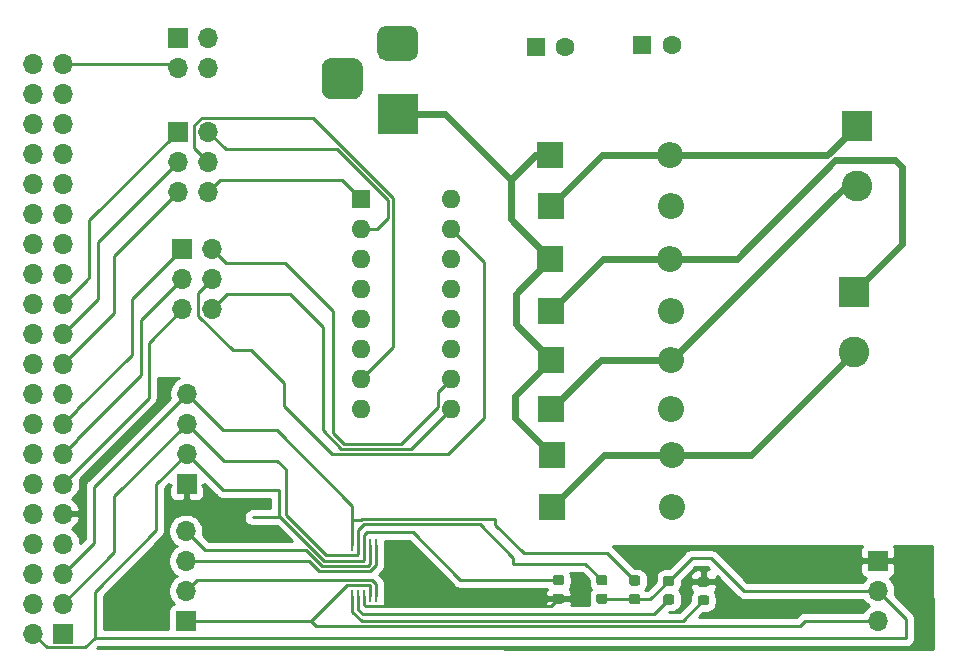
<source format=gbr>
%TF.GenerationSoftware,KiCad,Pcbnew,(5.1.6)-1*%
%TF.CreationDate,2021-05-08T17:05:46+02:00*%
%TF.ProjectId,nano1,6e616e6f-312e-46b6-9963-61645f706362,rev?*%
%TF.SameCoordinates,Original*%
%TF.FileFunction,Copper,L1,Top*%
%TF.FilePolarity,Positive*%
%FSLAX46Y46*%
G04 Gerber Fmt 4.6, Leading zero omitted, Abs format (unit mm)*
G04 Created by KiCad (PCBNEW (5.1.6)-1) date 2021-05-08 17:05:46*
%MOMM*%
%LPD*%
G01*
G04 APERTURE LIST*
%TA.AperFunction,ComponentPad*%
%ADD10O,1.700000X1.700000*%
%TD*%
%TA.AperFunction,ComponentPad*%
%ADD11R,1.700000X1.700000*%
%TD*%
%TA.AperFunction,SMDPad,CuDef*%
%ADD12R,0.250000X1.100000*%
%TD*%
%TA.AperFunction,ComponentPad*%
%ADD13C,2.600000*%
%TD*%
%TA.AperFunction,ComponentPad*%
%ADD14R,2.600000X2.600000*%
%TD*%
%TA.AperFunction,ComponentPad*%
%ADD15R,3.500000X3.500000*%
%TD*%
%TA.AperFunction,ComponentPad*%
%ADD16R,1.600000X1.600000*%
%TD*%
%TA.AperFunction,ComponentPad*%
%ADD17C,1.600000*%
%TD*%
%TA.AperFunction,ComponentPad*%
%ADD18R,2.200000X2.200000*%
%TD*%
%TA.AperFunction,ComponentPad*%
%ADD19O,2.200000X2.200000*%
%TD*%
%TA.AperFunction,ComponentPad*%
%ADD20O,1.600000X1.600000*%
%TD*%
%TA.AperFunction,ViaPad*%
%ADD21C,0.800000*%
%TD*%
%TA.AperFunction,Conductor*%
%ADD22C,0.250000*%
%TD*%
%TA.AperFunction,Conductor*%
%ADD23C,0.600000*%
%TD*%
%TA.AperFunction,Conductor*%
%ADD24C,0.254000*%
%TD*%
G04 APERTURE END LIST*
D10*
%TO.P,J10,4*%
%TO.N,/AIN3*%
X112100360Y-86476840D03*
%TO.P,J10,3*%
%TO.N,/AIN2*%
X112100360Y-89016840D03*
%TO.P,J10,2*%
%TO.N,/AIN1*%
X112100360Y-91556840D03*
D11*
%TO.P,J10,1*%
%TO.N,/AIN0*%
X112100360Y-94096840D03*
%TD*%
D10*
%TO.P,J9,3*%
%TO.N,/AIN0*%
X170703240Y-94066360D03*
%TO.P,J9,2*%
%TO.N,VCC*%
X170703240Y-91526360D03*
D11*
%TO.P,J9,1*%
%TO.N,GND*%
X170703240Y-88986360D03*
%TD*%
D12*
%TO.P,U2,10*%
%TO.N,/SCL*%
X126213360Y-87633920D03*
%TO.P,U2,9*%
%TO.N,/SDA*%
X126713360Y-87633920D03*
%TO.P,U2,8*%
%TO.N,VCC*%
X127213360Y-87633920D03*
%TO.P,U2,7*%
%TO.N,/AIN3*%
X127713360Y-87633920D03*
%TO.P,U2,6*%
%TO.N,/AIN2*%
X128213360Y-87633920D03*
%TO.P,U2,5*%
%TO.N,/AIN1*%
X128213360Y-91933920D03*
%TO.P,U2,4*%
%TO.N,/AIN0*%
X127713360Y-91933920D03*
%TO.P,U2,3*%
%TO.N,GND*%
X127213360Y-91933920D03*
%TO.P,U2,2*%
%TO.N,/ALERT*%
X126713360Y-91933920D03*
%TO.P,U2,1*%
%TO.N,/ADDR*%
X126213360Y-91933920D03*
%TD*%
%TO.P,C3,2*%
%TO.N,GND*%
%TA.AperFunction,SMDPad,CuDef*%
G36*
G01*
X143406150Y-91764600D02*
X143918650Y-91764600D01*
G75*
G02*
X144137400Y-91983350I0J-218750D01*
G01*
X144137400Y-92420850D01*
G75*
G02*
X143918650Y-92639600I-218750J0D01*
G01*
X143406150Y-92639600D01*
G75*
G02*
X143187400Y-92420850I0J218750D01*
G01*
X143187400Y-91983350D01*
G75*
G02*
X143406150Y-91764600I218750J0D01*
G01*
G37*
%TD.AperFunction*%
%TO.P,C3,1*%
%TO.N,VCC*%
%TA.AperFunction,SMDPad,CuDef*%
G36*
G01*
X143406150Y-90189600D02*
X143918650Y-90189600D01*
G75*
G02*
X144137400Y-90408350I0J-218750D01*
G01*
X144137400Y-90845850D01*
G75*
G02*
X143918650Y-91064600I-218750J0D01*
G01*
X143406150Y-91064600D01*
G75*
G02*
X143187400Y-90845850I0J218750D01*
G01*
X143187400Y-90408350D01*
G75*
G02*
X143406150Y-90189600I218750J0D01*
G01*
G37*
%TD.AperFunction*%
%TD*%
%TO.P,R3,2*%
%TO.N,/ADDR*%
%TA.AperFunction,SMDPad,CuDef*%
G36*
G01*
X155684510Y-91901760D02*
X156197010Y-91901760D01*
G75*
G02*
X156415760Y-92120510I0J-218750D01*
G01*
X156415760Y-92558010D01*
G75*
G02*
X156197010Y-92776760I-218750J0D01*
G01*
X155684510Y-92776760D01*
G75*
G02*
X155465760Y-92558010I0J218750D01*
G01*
X155465760Y-92120510D01*
G75*
G02*
X155684510Y-91901760I218750J0D01*
G01*
G37*
%TD.AperFunction*%
%TO.P,R3,1*%
%TO.N,GND*%
%TA.AperFunction,SMDPad,CuDef*%
G36*
G01*
X155684510Y-90326760D02*
X156197010Y-90326760D01*
G75*
G02*
X156415760Y-90545510I0J-218750D01*
G01*
X156415760Y-90983010D01*
G75*
G02*
X156197010Y-91201760I-218750J0D01*
G01*
X155684510Y-91201760D01*
G75*
G02*
X155465760Y-90983010I0J218750D01*
G01*
X155465760Y-90545510D01*
G75*
G02*
X155684510Y-90326760I218750J0D01*
G01*
G37*
%TD.AperFunction*%
%TD*%
%TO.P,R2,2*%
%TO.N,/SDA*%
%TA.AperFunction,SMDPad,CuDef*%
G36*
G01*
X147591490Y-91064600D02*
X147078990Y-91064600D01*
G75*
G02*
X146860240Y-90845850I0J218750D01*
G01*
X146860240Y-90408350D01*
G75*
G02*
X147078990Y-90189600I218750J0D01*
G01*
X147591490Y-90189600D01*
G75*
G02*
X147810240Y-90408350I0J-218750D01*
G01*
X147810240Y-90845850D01*
G75*
G02*
X147591490Y-91064600I-218750J0D01*
G01*
G37*
%TD.AperFunction*%
%TO.P,R2,1*%
%TO.N,VCC*%
%TA.AperFunction,SMDPad,CuDef*%
G36*
G01*
X147591490Y-92639600D02*
X147078990Y-92639600D01*
G75*
G02*
X146860240Y-92420850I0J218750D01*
G01*
X146860240Y-91983350D01*
G75*
G02*
X147078990Y-91764600I218750J0D01*
G01*
X147591490Y-91764600D01*
G75*
G02*
X147810240Y-91983350I0J-218750D01*
G01*
X147810240Y-92420850D01*
G75*
G02*
X147591490Y-92639600I-218750J0D01*
G01*
G37*
%TD.AperFunction*%
%TD*%
%TO.P,R1,2*%
%TO.N,/SCL*%
%TA.AperFunction,SMDPad,CuDef*%
G36*
G01*
X150370250Y-91105240D02*
X149857750Y-91105240D01*
G75*
G02*
X149639000Y-90886490I0J218750D01*
G01*
X149639000Y-90448990D01*
G75*
G02*
X149857750Y-90230240I218750J0D01*
G01*
X150370250Y-90230240D01*
G75*
G02*
X150589000Y-90448990I0J-218750D01*
G01*
X150589000Y-90886490D01*
G75*
G02*
X150370250Y-91105240I-218750J0D01*
G01*
G37*
%TD.AperFunction*%
%TO.P,R1,1*%
%TO.N,VCC*%
%TA.AperFunction,SMDPad,CuDef*%
G36*
G01*
X150370250Y-92680240D02*
X149857750Y-92680240D01*
G75*
G02*
X149639000Y-92461490I0J218750D01*
G01*
X149639000Y-92023990D01*
G75*
G02*
X149857750Y-91805240I218750J0D01*
G01*
X150370250Y-91805240D01*
G75*
G02*
X150589000Y-92023990I0J-218750D01*
G01*
X150589000Y-92461490D01*
G75*
G02*
X150370250Y-92680240I-218750J0D01*
G01*
G37*
%TD.AperFunction*%
%TD*%
%TO.P,R4,2*%
%TO.N,/ALERT*%
%TA.AperFunction,SMDPad,CuDef*%
G36*
G01*
X152738110Y-91825560D02*
X153250610Y-91825560D01*
G75*
G02*
X153469360Y-92044310I0J-218750D01*
G01*
X153469360Y-92481810D01*
G75*
G02*
X153250610Y-92700560I-218750J0D01*
G01*
X152738110Y-92700560D01*
G75*
G02*
X152519360Y-92481810I0J218750D01*
G01*
X152519360Y-92044310D01*
G75*
G02*
X152738110Y-91825560I218750J0D01*
G01*
G37*
%TD.AperFunction*%
%TO.P,R4,1*%
%TO.N,VCC*%
%TA.AperFunction,SMDPad,CuDef*%
G36*
G01*
X152738110Y-90250560D02*
X153250610Y-90250560D01*
G75*
G02*
X153469360Y-90469310I0J-218750D01*
G01*
X153469360Y-90906810D01*
G75*
G02*
X153250610Y-91125560I-218750J0D01*
G01*
X152738110Y-91125560D01*
G75*
G02*
X152519360Y-90906810I0J218750D01*
G01*
X152519360Y-90469310D01*
G75*
G02*
X152738110Y-90250560I218750J0D01*
G01*
G37*
%TD.AperFunction*%
%TD*%
D10*
%TO.P,J3,6*%
%TO.N,Net-(J3-Pad6)*%
X114345720Y-67670680D03*
%TO.P,J3,5*%
%TO.N,Net-(J1-Pad11)*%
X111805720Y-67670680D03*
%TO.P,J3,4*%
%TO.N,Net-(J3-Pad4)*%
X114345720Y-65130680D03*
%TO.P,J3,3*%
%TO.N,Net-(J1-Pad13)*%
X111805720Y-65130680D03*
%TO.P,J3,2*%
%TO.N,Net-(J3-Pad2)*%
X114345720Y-62590680D03*
D11*
%TO.P,J3,1*%
%TO.N,Net-(J1-Pad15)*%
X111805720Y-62590680D03*
%TD*%
D10*
%TO.P,J1,40*%
%TO.N,Net-(J1-Pad40)*%
X99161600Y-46893480D03*
%TO.P,J1,39*%
%TO.N,Net-(J1-Pad39)*%
X101701600Y-46893480D03*
%TO.P,J1,38*%
%TO.N,Net-(J1-Pad38)*%
X99161600Y-49433480D03*
%TO.P,J1,37*%
%TO.N,Net-(J1-Pad37)*%
X101701600Y-49433480D03*
%TO.P,J1,36*%
%TO.N,Net-(J1-Pad36)*%
X99161600Y-51973480D03*
%TO.P,J1,35*%
%TO.N,Net-(J1-Pad35)*%
X101701600Y-51973480D03*
%TO.P,J1,34*%
%TO.N,Net-(J1-Pad34)*%
X99161600Y-54513480D03*
%TO.P,J1,33*%
%TO.N,Net-(J1-Pad33)*%
X101701600Y-54513480D03*
%TO.P,J1,32*%
%TO.N,Net-(J1-Pad32)*%
X99161600Y-57053480D03*
%TO.P,J1,31*%
%TO.N,Net-(J1-Pad31)*%
X101701600Y-57053480D03*
%TO.P,J1,30*%
%TO.N,Net-(J1-Pad30)*%
X99161600Y-59593480D03*
%TO.P,J1,29*%
%TO.N,Net-(J1-Pad29)*%
X101701600Y-59593480D03*
%TO.P,J1,28*%
%TO.N,Net-(J1-Pad28)*%
X99161600Y-62133480D03*
%TO.P,J1,27*%
%TO.N,Net-(J1-Pad27)*%
X101701600Y-62133480D03*
%TO.P,J1,26*%
%TO.N,Net-(J1-Pad26)*%
X99161600Y-64673480D03*
%TO.P,J1,25*%
%TO.N,Net-(J1-Pad25)*%
X101701600Y-64673480D03*
%TO.P,J1,24*%
%TO.N,Net-(J1-Pad24)*%
X99161600Y-67213480D03*
%TO.P,J1,23*%
%TO.N,Net-(J1-Pad23)*%
X101701600Y-67213480D03*
%TO.P,J1,22*%
%TO.N,Net-(J1-Pad22)*%
X99161600Y-69753480D03*
%TO.P,J1,21*%
%TO.N,Net-(J1-Pad21)*%
X101701600Y-69753480D03*
%TO.P,J1,20*%
%TO.N,Net-(J1-Pad20)*%
X99161600Y-72293480D03*
%TO.P,J1,19*%
%TO.N,Net-(J1-Pad19)*%
X101701600Y-72293480D03*
%TO.P,J1,18*%
%TO.N,Net-(J1-Pad18)*%
X99161600Y-74833480D03*
%TO.P,J1,17*%
%TO.N,Net-(J1-Pad17)*%
X101701600Y-74833480D03*
%TO.P,J1,16*%
%TO.N,Net-(J1-Pad16)*%
X99161600Y-77373480D03*
%TO.P,J1,15*%
%TO.N,Net-(J1-Pad15)*%
X101701600Y-77373480D03*
%TO.P,J1,14*%
%TO.N,Net-(J1-Pad14)*%
X99161600Y-79913480D03*
%TO.P,J1,13*%
%TO.N,Net-(J1-Pad13)*%
X101701600Y-79913480D03*
%TO.P,J1,12*%
%TO.N,Net-(J1-Pad12)*%
X99161600Y-82453480D03*
%TO.P,J1,11*%
%TO.N,Net-(J1-Pad11)*%
X101701600Y-82453480D03*
%TO.P,J1,10*%
%TO.N,Net-(J1-Pad10)*%
X99161600Y-84993480D03*
%TO.P,J1,9*%
%TO.N,GND*%
X101701600Y-84993480D03*
%TO.P,J1,8*%
%TO.N,Net-(J1-Pad8)*%
X99161600Y-87533480D03*
%TO.P,J1,7*%
%TO.N,Net-(J1-Pad7)*%
X101701600Y-87533480D03*
%TO.P,J1,6*%
%TO.N,Net-(J1-Pad6)*%
X99161600Y-90073480D03*
%TO.P,J1,5*%
%TO.N,/SCL*%
X101701600Y-90073480D03*
%TO.P,J1,4*%
%TO.N,Net-(J1-Pad4)*%
X99161600Y-92613480D03*
%TO.P,J1,3*%
%TO.N,/SDA*%
X101701600Y-92613480D03*
%TO.P,J1,2*%
%TO.N,VCC*%
X99161600Y-95153480D03*
D11*
%TO.P,J1,1*%
%TO.N,Net-(J1-Pad1)*%
X101701600Y-95153480D03*
%TD*%
D13*
%TO.P,J7,2*%
%TO.N,Net-(D7-Pad2)*%
X168711880Y-71292720D03*
D14*
%TO.P,J7,1*%
%TO.N,Net-(D3-Pad2)*%
X168711880Y-66212720D03*
%TD*%
D13*
%TO.P,J6,2*%
%TO.N,Net-(D5-Pad2)*%
X168935400Y-57221120D03*
D14*
%TO.P,J6,1*%
%TO.N,Net-(D1-Pad2)*%
X168935400Y-52141120D03*
%TD*%
D10*
%TO.P,J8,4*%
%TO.N,/SCL*%
X112181640Y-74843640D03*
%TO.P,J8,3*%
%TO.N,/SDA*%
X112181640Y-77383640D03*
%TO.P,J8,2*%
%TO.N,VCC*%
X112181640Y-79923640D03*
D11*
%TO.P,J8,1*%
%TO.N,GND*%
X112181640Y-82463640D03*
%TD*%
%TO.P,J5,3*%
%TO.N,N/C*%
%TA.AperFunction,ComponentPad*%
G36*
G01*
X124488240Y-46420840D02*
X126238240Y-46420840D01*
G75*
G02*
X127113240Y-47295840I0J-875000D01*
G01*
X127113240Y-49045840D01*
G75*
G02*
X126238240Y-49920840I-875000J0D01*
G01*
X124488240Y-49920840D01*
G75*
G02*
X123613240Y-49045840I0J875000D01*
G01*
X123613240Y-47295840D01*
G75*
G02*
X124488240Y-46420840I875000J0D01*
G01*
G37*
%TD.AperFunction*%
%TO.P,J5,2*%
%TO.N,GND*%
%TA.AperFunction,ComponentPad*%
G36*
G01*
X129063240Y-43670840D02*
X131063240Y-43670840D01*
G75*
G02*
X131813240Y-44420840I0J-750000D01*
G01*
X131813240Y-45920840D01*
G75*
G02*
X131063240Y-46670840I-750000J0D01*
G01*
X129063240Y-46670840D01*
G75*
G02*
X128313240Y-45920840I0J750000D01*
G01*
X128313240Y-44420840D01*
G75*
G02*
X129063240Y-43670840I750000J0D01*
G01*
G37*
%TD.AperFunction*%
D15*
%TO.P,J5,1*%
%TO.N,Net-(C1-Pad1)*%
X130063240Y-51170840D03*
%TD*%
D16*
%TO.P,C2,1*%
%TO.N,Net-(C2-Pad1)*%
X150779480Y-45354240D03*
D17*
%TO.P,C2,2*%
%TO.N,GND*%
X153279480Y-45354240D03*
%TD*%
D18*
%TO.P,D8,1*%
%TO.N,Net-(D7-Pad2)*%
X143154400Y-84419440D03*
D19*
%TO.P,D8,2*%
%TO.N,GND*%
X153314400Y-84419440D03*
%TD*%
D18*
%TO.P,D7,1*%
%TO.N,Net-(C1-Pad1)*%
X143154400Y-80070960D03*
D19*
%TO.P,D7,2*%
%TO.N,Net-(D7-Pad2)*%
X153314400Y-80070960D03*
%TD*%
D18*
%TO.P,D6,1*%
%TO.N,Net-(D5-Pad2)*%
X143068040Y-76154280D03*
D19*
%TO.P,D6,2*%
%TO.N,GND*%
X153228040Y-76154280D03*
%TD*%
D18*
%TO.P,D5,1*%
%TO.N,Net-(C1-Pad1)*%
X143068040Y-71978520D03*
D19*
%TO.P,D5,2*%
%TO.N,Net-(D5-Pad2)*%
X153228040Y-71978520D03*
%TD*%
D18*
%TO.P,D4,1*%
%TO.N,Net-(D3-Pad2)*%
X143068040Y-67802760D03*
D19*
%TO.P,D4,2*%
%TO.N,GND*%
X153228040Y-67802760D03*
%TD*%
D18*
%TO.P,D3,1*%
%TO.N,Net-(C1-Pad1)*%
X142981680Y-63454280D03*
D19*
%TO.P,D3,2*%
%TO.N,Net-(D3-Pad2)*%
X153141680Y-63454280D03*
%TD*%
D18*
%TO.P,D2,1*%
%TO.N,Net-(D1-Pad2)*%
X143012160Y-58978800D03*
D19*
%TO.P,D2,2*%
%TO.N,GND*%
X153172160Y-58978800D03*
%TD*%
D18*
%TO.P,D1,1*%
%TO.N,Net-(C1-Pad1)*%
X142956280Y-54665880D03*
D19*
%TO.P,D1,2*%
%TO.N,Net-(D1-Pad2)*%
X153116280Y-54665880D03*
%TD*%
D16*
%TO.P,C1,1*%
%TO.N,Net-(C1-Pad1)*%
X141721840Y-45501560D03*
D17*
%TO.P,C1,2*%
%TO.N,GND*%
X144221840Y-45501560D03*
%TD*%
D20*
%TO.P,U1,16*%
%TO.N,Net-(C2-Pad1)*%
X134574280Y-58364120D03*
%TO.P,U1,8*%
%TO.N,Net-(C1-Pad1)*%
X126954280Y-76144120D03*
%TO.P,U1,15*%
%TO.N,Net-(J3-Pad4)*%
X134574280Y-60904120D03*
%TO.P,U1,7*%
%TO.N,Net-(J2-Pad4)*%
X126954280Y-73604120D03*
%TO.P,U1,14*%
%TO.N,Net-(D7-Pad2)*%
X134574280Y-63444120D03*
%TO.P,U1,6*%
%TO.N,Net-(D5-Pad2)*%
X126954280Y-71064120D03*
%TO.P,U1,13*%
%TO.N,GND*%
X134574280Y-65984120D03*
%TO.P,U1,5*%
X126954280Y-68524120D03*
%TO.P,U1,12*%
X134574280Y-68524120D03*
%TO.P,U1,4*%
X126954280Y-65984120D03*
%TO.P,U1,11*%
%TO.N,Net-(D3-Pad2)*%
X134574280Y-71064120D03*
%TO.P,U1,3*%
%TO.N,Net-(D1-Pad2)*%
X126954280Y-63444120D03*
%TO.P,U1,10*%
%TO.N,Net-(J3-Pad2)*%
X134574280Y-73604120D03*
%TO.P,U1,2*%
%TO.N,Net-(J2-Pad2)*%
X126954280Y-60904120D03*
%TO.P,U1,9*%
%TO.N,Net-(J3-Pad6)*%
X134574280Y-76144120D03*
D16*
%TO.P,U1,1*%
%TO.N,Net-(J2-Pad6)*%
X126954280Y-58364120D03*
%TD*%
D10*
%TO.P,J4,4*%
%TO.N,GND*%
X114020600Y-47259240D03*
%TO.P,J4,3*%
%TO.N,Net-(J1-Pad39)*%
X111480600Y-47259240D03*
%TO.P,J4,2*%
%TO.N,Net-(C2-Pad1)*%
X114020600Y-44719240D03*
D11*
%TO.P,J4,1*%
%TO.N,Net-(J1-Pad4)*%
X111480600Y-44719240D03*
%TD*%
D10*
%TO.P,J2,6*%
%TO.N,Net-(J2-Pad6)*%
X114020600Y-57734200D03*
%TO.P,J2,5*%
%TO.N,Net-(J1-Pad19)*%
X111480600Y-57734200D03*
%TO.P,J2,4*%
%TO.N,Net-(J2-Pad4)*%
X114020600Y-55194200D03*
%TO.P,J2,3*%
%TO.N,Net-(J1-Pad21)*%
X111480600Y-55194200D03*
%TO.P,J2,2*%
%TO.N,Net-(J2-Pad2)*%
X114020600Y-52654200D03*
D11*
%TO.P,J2,1*%
%TO.N,Net-(J1-Pad23)*%
X111480600Y-52654200D03*
%TD*%
D21*
%TO.N,GND*%
X116626640Y-86669880D03*
X131582160Y-90678000D03*
X163748720Y-88463120D03*
X157911800Y-92547440D03*
%TD*%
D22*
%TO.N,Net-(J1-Pad39)*%
X111114840Y-46893480D02*
X111480600Y-47259240D01*
X101701600Y-46893480D02*
X111114840Y-46893480D01*
%TO.N,Net-(J1-Pad23)*%
X101701600Y-67213480D02*
X103626920Y-65288160D01*
X103626920Y-65288160D02*
X103637080Y-65288160D01*
X103637080Y-65288160D02*
X103957120Y-64968120D01*
X103957120Y-60177680D02*
X111480600Y-52654200D01*
X103957120Y-64968120D02*
X103957120Y-60177680D01*
%TO.N,Net-(J1-Pad21)*%
X101701600Y-69753480D02*
X104637840Y-66817240D01*
X104637840Y-62036960D02*
X111480600Y-55194200D01*
X104637840Y-66817240D02*
X104637840Y-62036960D01*
%TO.N,Net-(J1-Pad19)*%
X101701600Y-72293480D02*
X106019600Y-67975480D01*
X106019600Y-63195200D02*
X111480600Y-57734200D01*
X106019600Y-67975480D02*
X106019600Y-63195200D01*
%TO.N,Net-(J1-Pad15)*%
X102876601Y-76198479D02*
X102876601Y-76178159D01*
X101701600Y-77373480D02*
X102876601Y-76198479D01*
X102876601Y-76178159D02*
X107528360Y-71526400D01*
X107528360Y-66868040D02*
X111805720Y-62590680D01*
X107528360Y-71526400D02*
X107528360Y-66868040D01*
%TO.N,Net-(J1-Pad13)*%
X102876601Y-78738479D02*
X102876601Y-78707999D01*
X101701600Y-79913480D02*
X102876601Y-78738479D01*
X102876601Y-78707999D02*
X108290360Y-73294240D01*
X108290360Y-68646040D02*
X111805720Y-65130680D01*
X108290360Y-73294240D02*
X108290360Y-68646040D01*
%TO.N,Net-(J1-Pad11)*%
X101701600Y-82453480D02*
X108966000Y-75189080D01*
X108966000Y-70510400D02*
X111805720Y-67670680D01*
X108966000Y-75189080D02*
X108966000Y-70510400D01*
%TO.N,Net-(J2-Pad6)*%
X125352881Y-56762721D02*
X126954280Y-58364120D01*
X114992079Y-56762721D02*
X125352881Y-56762721D01*
X114020600Y-57734200D02*
X114992079Y-56762721D01*
%TO.N,Net-(J2-Pad4)*%
X129675050Y-70883350D02*
X126954280Y-73604120D01*
X122890771Y-51479199D02*
X129675050Y-58263478D01*
X113456599Y-51479199D02*
X122890771Y-51479199D01*
X112845599Y-52090199D02*
X113456599Y-51479199D01*
X129675050Y-58263478D02*
X129675050Y-70883350D01*
X112845599Y-54019199D02*
X112845599Y-52090199D01*
X114020600Y-55194200D02*
X112845599Y-54019199D01*
%TO.N,Net-(J2-Pad2)*%
X124887903Y-54112741D02*
X129225040Y-58449878D01*
X114020600Y-52654200D02*
X115479141Y-54112741D01*
X115479141Y-54112741D02*
X124887903Y-54112741D01*
X129225040Y-58449878D02*
X129225040Y-59994800D01*
X128315720Y-60904120D02*
X126954280Y-60904120D01*
X129225040Y-59994800D02*
X128315720Y-60904120D01*
%TO.N,Net-(J3-Pad6)*%
X120938004Y-66424881D02*
X123687840Y-69174717D01*
X114345720Y-67670680D02*
X115591519Y-66424881D01*
X115591519Y-66424881D02*
X120938004Y-66424881D01*
X131193110Y-79525290D02*
X134574280Y-76144120D01*
X125279440Y-79525290D02*
X131193110Y-79525290D01*
X123687840Y-77933690D02*
X125279440Y-79525290D01*
X123687840Y-69174717D02*
X123687840Y-77933690D01*
%TO.N,Net-(J3-Pad4)*%
X113170719Y-68234681D02*
X116086518Y-71150480D01*
X114345720Y-65130680D02*
X113170719Y-66305681D01*
X113170719Y-66305681D02*
X113170719Y-68234681D01*
X116086518Y-71150480D02*
X117652399Y-71150480D01*
X120417061Y-73915142D02*
X120417061Y-75926421D01*
X117652399Y-71150480D02*
X120417061Y-73915142D01*
X124465940Y-79975300D02*
X134273700Y-79975300D01*
X120417061Y-75926421D02*
X124465940Y-79975300D01*
X134273700Y-79975300D02*
X137383520Y-76865480D01*
X137383520Y-63713360D02*
X134574280Y-60904120D01*
X137383520Y-76865480D02*
X137383520Y-63713360D01*
%TO.N,Net-(J3-Pad2)*%
X120516596Y-63774901D02*
X124546360Y-67804665D01*
X114345720Y-62590680D02*
X115529941Y-63774901D01*
X115529941Y-63774901D02*
X120516596Y-63774901D01*
X124546360Y-67804665D02*
X124546360Y-77231240D01*
X124584241Y-77269121D02*
X124584241Y-78193681D01*
X124546360Y-77231240D02*
X124584241Y-77269121D01*
X124584241Y-78193681D02*
X125465840Y-79075280D01*
X133449279Y-74729121D02*
X134574280Y-73604120D01*
X133449279Y-75943241D02*
X133449279Y-74729121D01*
X130317240Y-79075280D02*
X133449279Y-75943241D01*
X125465840Y-79075280D02*
X130317240Y-79075280D01*
%TO.N,GND*%
X114424679Y-47663319D02*
X114020600Y-47259240D01*
X127213360Y-92693922D02*
X127328359Y-92808921D01*
X143055579Y-92808921D02*
X143662400Y-92202100D01*
X127328359Y-92808921D02*
X143055579Y-92808921D01*
X127213360Y-91933920D02*
X127213360Y-92693922D01*
%TO.N,Net-(C1-Pad1)*%
X141391120Y-45170840D02*
X141721840Y-45501560D01*
D23*
X142956280Y-54665880D02*
X141691360Y-54665880D01*
X141691360Y-54665880D02*
X139618720Y-56738520D01*
X139618720Y-60091320D02*
X142981680Y-63454280D01*
X139618720Y-56738520D02*
X139618720Y-60091320D01*
X142981680Y-63454280D02*
X140035280Y-66400680D01*
X140035280Y-68945760D02*
X143068040Y-71978520D01*
X140035280Y-66400680D02*
X140035280Y-68945760D01*
X143068040Y-71978520D02*
X139999720Y-75046840D01*
X139999720Y-76916280D02*
X143154400Y-80070960D01*
X139999720Y-75046840D02*
X139999720Y-76916280D01*
X134051040Y-51170840D02*
X139618720Y-56738520D01*
X130063240Y-51170840D02*
X134051040Y-51170840D01*
%TO.N,Net-(D1-Pad2)*%
X147325080Y-54665880D02*
X143012160Y-58978800D01*
X153116280Y-54665880D02*
X147325080Y-54665880D01*
X166410640Y-54665880D02*
X168935400Y-52141120D01*
X153116280Y-54665880D02*
X166410640Y-54665880D01*
%TO.N,Net-(D3-Pad2)*%
X147416520Y-63454280D02*
X143068040Y-67802760D01*
X153141680Y-63454280D02*
X147416520Y-63454280D01*
X172725080Y-62199520D02*
X168711880Y-66212720D01*
X158753624Y-63454280D02*
X167120384Y-55087520D01*
X172725080Y-55661560D02*
X172725080Y-62199520D01*
X153141680Y-63454280D02*
X158753624Y-63454280D01*
X167120384Y-55087520D02*
X172151040Y-55087520D01*
X172151040Y-55087520D02*
X172725080Y-55661560D01*
D22*
%TO.N,Net-(D5-Pad2)*%
X168065440Y-57141120D02*
X168935400Y-57141120D01*
D23*
X147243800Y-71978520D02*
X143068040Y-76154280D01*
X153228040Y-71978520D02*
X147243800Y-71978520D01*
X167985440Y-57221120D02*
X168935400Y-57221120D01*
X153228040Y-71978520D02*
X167985440Y-57221120D01*
%TO.N,Net-(D7-Pad2)*%
X147502880Y-80070960D02*
X143154400Y-84419440D01*
X153314400Y-80070960D02*
X147502880Y-80070960D01*
X159933640Y-80070960D02*
X168711880Y-71292720D01*
X153314400Y-80070960D02*
X159933640Y-80070960D01*
D22*
%TO.N,VCC*%
X99161600Y-95153480D02*
X99700080Y-95691960D01*
X150073360Y-92202100D02*
X150114000Y-92242740D01*
X147335240Y-92202100D02*
X150073360Y-92202100D01*
X151439680Y-92242740D02*
X152994360Y-90688060D01*
X150114000Y-92242740D02*
X151439680Y-92242740D01*
X170703240Y-91526360D02*
X159349440Y-91526360D01*
X159349440Y-91526360D02*
X156575760Y-88752680D01*
X154929740Y-88752680D02*
X152994360Y-90688060D01*
X156575760Y-88752680D02*
X154929740Y-88752680D01*
X119996271Y-83022621D02*
X115280621Y-83022621D01*
X127213360Y-87633920D02*
X127213360Y-88905080D01*
X127213360Y-88905080D02*
X127129968Y-88988472D01*
X127129968Y-88988472D02*
X123804532Y-88988472D01*
X115280621Y-83022621D02*
X112181640Y-79923640D01*
X123804532Y-88988472D02*
X119996271Y-85180211D01*
X119996271Y-85180211D02*
X119996271Y-83022621D01*
X100336601Y-96328481D02*
X99161600Y-95153480D01*
X103614241Y-96328481D02*
X100336601Y-96328481D01*
X170703240Y-91526360D02*
X173085760Y-93908880D01*
X173085760Y-93908880D02*
X173085760Y-95554800D01*
X104387922Y-95554800D02*
X103614241Y-96328481D01*
X173085760Y-95554800D02*
X104387922Y-95554800D01*
X119878302Y-85298180D02*
X119996271Y-85180211D01*
X117779800Y-85298180D02*
X119878302Y-85298180D01*
X104387922Y-95554800D02*
X104387922Y-91628958D01*
X104387922Y-91628958D02*
X109595920Y-86420960D01*
X109595920Y-82509360D02*
X112181640Y-79923640D01*
X109595920Y-86420960D02*
X109595920Y-82509360D01*
X127213360Y-86833920D02*
X127213360Y-87633920D01*
X127453600Y-86593680D02*
X127213360Y-86833920D01*
X131313020Y-86593680D02*
X127453600Y-86593680D01*
X143662400Y-90627100D02*
X135346440Y-90627100D01*
X135346440Y-90627100D02*
X131313020Y-86593680D01*
%TO.N,/SCL*%
X127121920Y-85455760D02*
X138304230Y-85455760D01*
X126213360Y-87633920D02*
X126213360Y-86697510D01*
X147777300Y-88331040D02*
X150114000Y-90667740D01*
X140705840Y-88331040D02*
X147777300Y-88331040D01*
X119862382Y-77960464D02*
X126213360Y-84311442D01*
X115298464Y-77960464D02*
X119862382Y-77960464D01*
X112181640Y-74843640D02*
X115298464Y-77960464D01*
X101701600Y-90073480D02*
X104312720Y-87462360D01*
X104312720Y-82712560D02*
X112181640Y-74843640D01*
X104312720Y-87462360D02*
X104312720Y-82712560D01*
X127066920Y-85422310D02*
X127121920Y-85422310D01*
X126986990Y-85502240D02*
X127066920Y-85422310D01*
X126213360Y-85502240D02*
X126213360Y-86697510D01*
X126213360Y-85502240D02*
X126986990Y-85502240D01*
X126213360Y-84311442D02*
X126213360Y-85502240D01*
X138304230Y-85929430D02*
X140705840Y-88331040D01*
X138304230Y-85455760D02*
X138304230Y-85929430D01*
%TO.N,/SDA*%
X127253320Y-85872320D02*
X136951720Y-85872320D01*
X145938340Y-89230200D02*
X147335240Y-90627100D01*
X139857480Y-89230200D02*
X145938340Y-89230200D01*
X126598361Y-88508921D02*
X124023201Y-88508921D01*
X126713360Y-87633920D02*
X126713360Y-88393922D01*
X126713360Y-88393922D02*
X126598361Y-88508921D01*
X124023201Y-88508921D02*
X120594120Y-85079840D01*
X115308464Y-80510464D02*
X112181640Y-77383640D01*
X119844473Y-80510464D02*
X115308464Y-80510464D01*
X120594120Y-81260111D02*
X119844473Y-80510464D01*
X120594120Y-85079840D02*
X120594120Y-81260111D01*
X101701600Y-92613480D02*
X106050080Y-88265000D01*
X106050080Y-83515200D02*
X112181640Y-77383640D01*
X106050080Y-88265000D02*
X106050080Y-83515200D01*
X127219870Y-85905770D02*
X127253320Y-85905770D01*
X126713360Y-86412280D02*
X127219870Y-85905770D01*
X126713360Y-87633920D02*
X126713360Y-86412280D01*
X136985170Y-85905770D02*
X136951720Y-85905770D01*
X139857480Y-89230200D02*
X139857480Y-88778080D01*
X139857480Y-88778080D02*
X136985170Y-85905770D01*
%TO.N,/ALERT*%
X126713360Y-91933920D02*
X126713360Y-93119320D01*
X126713360Y-93119320D02*
X127081280Y-93487240D01*
X151770180Y-93487240D02*
X152994360Y-92263060D01*
X127081280Y-93487240D02*
X151770180Y-93487240D01*
%TO.N,/ADDR*%
X126213360Y-91933920D02*
X126213360Y-93305120D01*
X126213360Y-93305120D02*
X127010160Y-94101920D01*
X154178100Y-94101920D02*
X155940760Y-92339260D01*
X127010160Y-94101920D02*
X154178100Y-94101920D01*
%TO.N,/AIN0*%
X112100360Y-94096840D02*
X122717560Y-94096840D01*
X127698359Y-91058919D02*
X127713360Y-91073920D01*
X125755481Y-91058919D02*
X127698359Y-91058919D01*
X127713360Y-91073920D02*
X127713360Y-91933920D01*
X122717560Y-94096840D02*
X125755481Y-91058919D01*
X170703240Y-94066360D02*
X164576760Y-94066360D01*
X123172650Y-94551930D02*
X122717560Y-94096840D01*
X164091190Y-94551930D02*
X123172650Y-94551930D01*
X164576760Y-94066360D02*
X164091190Y-94551930D01*
%TO.N,/AIN1*%
X128213360Y-90937510D02*
X128213360Y-91933920D01*
X113048290Y-90608910D02*
X127884760Y-90608910D01*
X127884760Y-90608910D02*
X128213360Y-90937510D01*
X112100360Y-91556840D02*
X113048290Y-90608910D01*
%TO.N,/AIN2*%
X128213360Y-88530332D02*
X128213360Y-87633920D01*
X112100360Y-89016840D02*
X122560080Y-89016840D01*
X122560080Y-89016840D02*
X123431730Y-89888490D01*
X127699481Y-89888489D02*
X128213360Y-89374610D01*
X123431730Y-89888490D02*
X127699481Y-89888489D01*
X128213360Y-89374610D02*
X128213360Y-88530332D01*
%TO.N,/AIN3*%
X122287170Y-88107520D02*
X113731040Y-88107520D01*
X113731040Y-88107520D02*
X112100360Y-86476840D01*
X123618131Y-89438481D02*
X122287170Y-88107520D01*
X127721360Y-87641920D02*
X127721360Y-89230200D01*
X127721360Y-89230200D02*
X127513080Y-89438480D01*
X127713360Y-87633920D02*
X127721360Y-87641920D01*
X127513080Y-89438480D02*
X123618131Y-89438481D01*
%TD*%
D24*
%TO.N,GND*%
G36*
X166496726Y-87777320D02*
G01*
X169326434Y-87777320D01*
X169322703Y-87781866D01*
X169263738Y-87892180D01*
X169227428Y-88011878D01*
X169215168Y-88136360D01*
X169218240Y-88700610D01*
X169376990Y-88859360D01*
X170576240Y-88859360D01*
X170576240Y-88839360D01*
X170830240Y-88839360D01*
X170830240Y-88859360D01*
X172029490Y-88859360D01*
X172188240Y-88700610D01*
X172191312Y-88136360D01*
X172179052Y-88011878D01*
X172142742Y-87892180D01*
X172083777Y-87781866D01*
X172080046Y-87777320D01*
X175316235Y-87777320D01*
X175340496Y-96428579D01*
X174003400Y-96423992D01*
X174002449Y-96423898D01*
X173971122Y-96423881D01*
X173939526Y-96423773D01*
X173938567Y-96423864D01*
X104630394Y-96387129D01*
X104702724Y-96314800D01*
X173048427Y-96314800D01*
X173085760Y-96318477D01*
X173234746Y-96303803D01*
X173378007Y-96260346D01*
X173510036Y-96189774D01*
X173625761Y-96094801D01*
X173720734Y-95979076D01*
X173791306Y-95847047D01*
X173834763Y-95703786D01*
X173845760Y-95592133D01*
X173845760Y-95592132D01*
X173849437Y-95554800D01*
X173845760Y-95517467D01*
X173845760Y-93946202D01*
X173849436Y-93908879D01*
X173845760Y-93871556D01*
X173845760Y-93871547D01*
X173834763Y-93759894D01*
X173791306Y-93616633D01*
X173781008Y-93597367D01*
X173720734Y-93484603D01*
X173649559Y-93397877D01*
X173625761Y-93368879D01*
X173596764Y-93345082D01*
X172144449Y-91892768D01*
X172188240Y-91672620D01*
X172188240Y-91380100D01*
X172131172Y-91093202D01*
X172019230Y-90822949D01*
X171856715Y-90579728D01*
X171724860Y-90447873D01*
X171797420Y-90425862D01*
X171907734Y-90366897D01*
X172004425Y-90287545D01*
X172083777Y-90190854D01*
X172142742Y-90080540D01*
X172179052Y-89960842D01*
X172191312Y-89836360D01*
X172188240Y-89272110D01*
X172029490Y-89113360D01*
X170830240Y-89113360D01*
X170830240Y-89133360D01*
X170576240Y-89133360D01*
X170576240Y-89113360D01*
X169376990Y-89113360D01*
X169218240Y-89272110D01*
X169215168Y-89836360D01*
X169227428Y-89960842D01*
X169263738Y-90080540D01*
X169322703Y-90190854D01*
X169402055Y-90287545D01*
X169498746Y-90366897D01*
X169609060Y-90425862D01*
X169681620Y-90447873D01*
X169549765Y-90579728D01*
X169425062Y-90766360D01*
X159664242Y-90766360D01*
X157139564Y-88241683D01*
X157115761Y-88212679D01*
X157000036Y-88117706D01*
X156868007Y-88047134D01*
X156724746Y-88003677D01*
X156613093Y-87992680D01*
X156613082Y-87992680D01*
X156575760Y-87989004D01*
X156538438Y-87992680D01*
X154967065Y-87992680D01*
X154929740Y-87989004D01*
X154892415Y-87992680D01*
X154892407Y-87992680D01*
X154780754Y-88003677D01*
X154637493Y-88047134D01*
X154505464Y-88117706D01*
X154389739Y-88212679D01*
X154365941Y-88241677D01*
X152995131Y-89612488D01*
X152738110Y-89612488D01*
X152570952Y-89628952D01*
X152410218Y-89677710D01*
X152262085Y-89756889D01*
X152132245Y-89863445D01*
X152025689Y-89993285D01*
X151946510Y-90141418D01*
X151897752Y-90302152D01*
X151881288Y-90469310D01*
X151881288Y-90726330D01*
X151124879Y-91482740D01*
X151029143Y-91482740D01*
X151006574Y-91455240D01*
X151082671Y-91362515D01*
X151161850Y-91214382D01*
X151210608Y-91053648D01*
X151227072Y-90886490D01*
X151227072Y-90448990D01*
X151210608Y-90281832D01*
X151161850Y-90121098D01*
X151082671Y-89972965D01*
X150976115Y-89843125D01*
X150846275Y-89736569D01*
X150698142Y-89657390D01*
X150537408Y-89608632D01*
X150370250Y-89592168D01*
X150113230Y-89592168D01*
X148341104Y-87820043D01*
X148317301Y-87791039D01*
X148252601Y-87737941D01*
X166496726Y-87777320D01*
G37*
X166496726Y-87777320D02*
X169326434Y-87777320D01*
X169322703Y-87781866D01*
X169263738Y-87892180D01*
X169227428Y-88011878D01*
X169215168Y-88136360D01*
X169218240Y-88700610D01*
X169376990Y-88859360D01*
X170576240Y-88859360D01*
X170576240Y-88839360D01*
X170830240Y-88839360D01*
X170830240Y-88859360D01*
X172029490Y-88859360D01*
X172188240Y-88700610D01*
X172191312Y-88136360D01*
X172179052Y-88011878D01*
X172142742Y-87892180D01*
X172083777Y-87781866D01*
X172080046Y-87777320D01*
X175316235Y-87777320D01*
X175340496Y-96428579D01*
X174003400Y-96423992D01*
X174002449Y-96423898D01*
X173971122Y-96423881D01*
X173939526Y-96423773D01*
X173938567Y-96423864D01*
X104630394Y-96387129D01*
X104702724Y-96314800D01*
X173048427Y-96314800D01*
X173085760Y-96318477D01*
X173234746Y-96303803D01*
X173378007Y-96260346D01*
X173510036Y-96189774D01*
X173625761Y-96094801D01*
X173720734Y-95979076D01*
X173791306Y-95847047D01*
X173834763Y-95703786D01*
X173845760Y-95592133D01*
X173845760Y-95592132D01*
X173849437Y-95554800D01*
X173845760Y-95517467D01*
X173845760Y-93946202D01*
X173849436Y-93908879D01*
X173845760Y-93871556D01*
X173845760Y-93871547D01*
X173834763Y-93759894D01*
X173791306Y-93616633D01*
X173781008Y-93597367D01*
X173720734Y-93484603D01*
X173649559Y-93397877D01*
X173625761Y-93368879D01*
X173596764Y-93345082D01*
X172144449Y-91892768D01*
X172188240Y-91672620D01*
X172188240Y-91380100D01*
X172131172Y-91093202D01*
X172019230Y-90822949D01*
X171856715Y-90579728D01*
X171724860Y-90447873D01*
X171797420Y-90425862D01*
X171907734Y-90366897D01*
X172004425Y-90287545D01*
X172083777Y-90190854D01*
X172142742Y-90080540D01*
X172179052Y-89960842D01*
X172191312Y-89836360D01*
X172188240Y-89272110D01*
X172029490Y-89113360D01*
X170830240Y-89113360D01*
X170830240Y-89133360D01*
X170576240Y-89133360D01*
X170576240Y-89113360D01*
X169376990Y-89113360D01*
X169218240Y-89272110D01*
X169215168Y-89836360D01*
X169227428Y-89960842D01*
X169263738Y-90080540D01*
X169322703Y-90190854D01*
X169402055Y-90287545D01*
X169498746Y-90366897D01*
X169609060Y-90425862D01*
X169681620Y-90447873D01*
X169549765Y-90579728D01*
X169425062Y-90766360D01*
X159664242Y-90766360D01*
X157139564Y-88241683D01*
X157115761Y-88212679D01*
X157000036Y-88117706D01*
X156868007Y-88047134D01*
X156724746Y-88003677D01*
X156613093Y-87992680D01*
X156613082Y-87992680D01*
X156575760Y-87989004D01*
X156538438Y-87992680D01*
X154967065Y-87992680D01*
X154929740Y-87989004D01*
X154892415Y-87992680D01*
X154892407Y-87992680D01*
X154780754Y-88003677D01*
X154637493Y-88047134D01*
X154505464Y-88117706D01*
X154389739Y-88212679D01*
X154365941Y-88241677D01*
X152995131Y-89612488D01*
X152738110Y-89612488D01*
X152570952Y-89628952D01*
X152410218Y-89677710D01*
X152262085Y-89756889D01*
X152132245Y-89863445D01*
X152025689Y-89993285D01*
X151946510Y-90141418D01*
X151897752Y-90302152D01*
X151881288Y-90469310D01*
X151881288Y-90726330D01*
X151124879Y-91482740D01*
X151029143Y-91482740D01*
X151006574Y-91455240D01*
X151082671Y-91362515D01*
X151161850Y-91214382D01*
X151210608Y-91053648D01*
X151227072Y-90886490D01*
X151227072Y-90448990D01*
X151210608Y-90281832D01*
X151161850Y-90121098D01*
X151082671Y-89972965D01*
X150976115Y-89843125D01*
X150846275Y-89736569D01*
X150698142Y-89657390D01*
X150537408Y-89608632D01*
X150370250Y-89592168D01*
X150113230Y-89592168D01*
X148341104Y-87820043D01*
X148317301Y-87791039D01*
X148252601Y-87737941D01*
X166496726Y-87777320D01*
G36*
X112308640Y-82336640D02*
G01*
X112328640Y-82336640D01*
X112328640Y-82590640D01*
X112308640Y-82590640D01*
X112308640Y-83789890D01*
X112467390Y-83948640D01*
X113031640Y-83951712D01*
X113156122Y-83939452D01*
X113275820Y-83903142D01*
X113386134Y-83844177D01*
X113482825Y-83764825D01*
X113562177Y-83668134D01*
X113621142Y-83557820D01*
X113657452Y-83438122D01*
X113669712Y-83313640D01*
X113666640Y-82749390D01*
X113507892Y-82590642D01*
X113666640Y-82590642D01*
X113666640Y-82483442D01*
X114716822Y-83533624D01*
X114740620Y-83562622D01*
X114769618Y-83586420D01*
X114856344Y-83657595D01*
X114884540Y-83672666D01*
X114988374Y-83728167D01*
X115131635Y-83771624D01*
X115243288Y-83782621D01*
X115243298Y-83782621D01*
X115280621Y-83786297D01*
X115317944Y-83782621D01*
X119236272Y-83782621D01*
X119236271Y-84538180D01*
X117742467Y-84538180D01*
X117630814Y-84549177D01*
X117487553Y-84592634D01*
X117355524Y-84663206D01*
X117239799Y-84758179D01*
X117144826Y-84873904D01*
X117074254Y-85005933D01*
X117030797Y-85149194D01*
X117016123Y-85298180D01*
X117030797Y-85447166D01*
X117074254Y-85590427D01*
X117144826Y-85722456D01*
X117239799Y-85838181D01*
X117355524Y-85933154D01*
X117487553Y-86003726D01*
X117630814Y-86047183D01*
X117742467Y-86058180D01*
X119799439Y-86058180D01*
X121088779Y-87347520D01*
X114045842Y-87347520D01*
X113541570Y-86843248D01*
X113585360Y-86623100D01*
X113585360Y-86330580D01*
X113528292Y-86043682D01*
X113416350Y-85773429D01*
X113253835Y-85530208D01*
X113046992Y-85323365D01*
X112803771Y-85160850D01*
X112533518Y-85048908D01*
X112246620Y-84991840D01*
X111954100Y-84991840D01*
X111667202Y-85048908D01*
X111396949Y-85160850D01*
X111153728Y-85323365D01*
X110946885Y-85530208D01*
X110784370Y-85773429D01*
X110672428Y-86043682D01*
X110615360Y-86330580D01*
X110615360Y-86623100D01*
X110672428Y-86909998D01*
X110784370Y-87180251D01*
X110946885Y-87423472D01*
X111153728Y-87630315D01*
X111328120Y-87746840D01*
X111153728Y-87863365D01*
X110946885Y-88070208D01*
X110784370Y-88313429D01*
X110672428Y-88583682D01*
X110615360Y-88870580D01*
X110615360Y-89163100D01*
X110672428Y-89449998D01*
X110784370Y-89720251D01*
X110946885Y-89963472D01*
X111153728Y-90170315D01*
X111328120Y-90286840D01*
X111153728Y-90403365D01*
X110946885Y-90610208D01*
X110784370Y-90853429D01*
X110672428Y-91123682D01*
X110615360Y-91410580D01*
X110615360Y-91703100D01*
X110672428Y-91989998D01*
X110784370Y-92260251D01*
X110946885Y-92503472D01*
X111078740Y-92635327D01*
X111006180Y-92657338D01*
X110895866Y-92716303D01*
X110799175Y-92795655D01*
X110719823Y-92892346D01*
X110660858Y-93002660D01*
X110624548Y-93122358D01*
X110612288Y-93246840D01*
X110612288Y-94794800D01*
X105147922Y-94794800D01*
X105147922Y-91943759D01*
X110106929Y-86984754D01*
X110135921Y-86960961D01*
X110159715Y-86931968D01*
X110159719Y-86931964D01*
X110230893Y-86845237D01*
X110230894Y-86845236D01*
X110301466Y-86713207D01*
X110344923Y-86569946D01*
X110355920Y-86458293D01*
X110355920Y-86458284D01*
X110359596Y-86420961D01*
X110355920Y-86383638D01*
X110355920Y-82824161D01*
X110696640Y-82483442D01*
X110696640Y-82590642D01*
X110855388Y-82590642D01*
X110696640Y-82749390D01*
X110693568Y-83313640D01*
X110705828Y-83438122D01*
X110742138Y-83557820D01*
X110801103Y-83668134D01*
X110880455Y-83764825D01*
X110977146Y-83844177D01*
X111087460Y-83903142D01*
X111207158Y-83939452D01*
X111331640Y-83951712D01*
X111895890Y-83948640D01*
X112054640Y-83789890D01*
X112054640Y-82590640D01*
X112034640Y-82590640D01*
X112034640Y-82336640D01*
X112054640Y-82336640D01*
X112054640Y-82316640D01*
X112308640Y-82316640D01*
X112308640Y-82336640D01*
G37*
X112308640Y-82336640D02*
X112328640Y-82336640D01*
X112328640Y-82590640D01*
X112308640Y-82590640D01*
X112308640Y-83789890D01*
X112467390Y-83948640D01*
X113031640Y-83951712D01*
X113156122Y-83939452D01*
X113275820Y-83903142D01*
X113386134Y-83844177D01*
X113482825Y-83764825D01*
X113562177Y-83668134D01*
X113621142Y-83557820D01*
X113657452Y-83438122D01*
X113669712Y-83313640D01*
X113666640Y-82749390D01*
X113507892Y-82590642D01*
X113666640Y-82590642D01*
X113666640Y-82483442D01*
X114716822Y-83533624D01*
X114740620Y-83562622D01*
X114769618Y-83586420D01*
X114856344Y-83657595D01*
X114884540Y-83672666D01*
X114988374Y-83728167D01*
X115131635Y-83771624D01*
X115243288Y-83782621D01*
X115243298Y-83782621D01*
X115280621Y-83786297D01*
X115317944Y-83782621D01*
X119236272Y-83782621D01*
X119236271Y-84538180D01*
X117742467Y-84538180D01*
X117630814Y-84549177D01*
X117487553Y-84592634D01*
X117355524Y-84663206D01*
X117239799Y-84758179D01*
X117144826Y-84873904D01*
X117074254Y-85005933D01*
X117030797Y-85149194D01*
X117016123Y-85298180D01*
X117030797Y-85447166D01*
X117074254Y-85590427D01*
X117144826Y-85722456D01*
X117239799Y-85838181D01*
X117355524Y-85933154D01*
X117487553Y-86003726D01*
X117630814Y-86047183D01*
X117742467Y-86058180D01*
X119799439Y-86058180D01*
X121088779Y-87347520D01*
X114045842Y-87347520D01*
X113541570Y-86843248D01*
X113585360Y-86623100D01*
X113585360Y-86330580D01*
X113528292Y-86043682D01*
X113416350Y-85773429D01*
X113253835Y-85530208D01*
X113046992Y-85323365D01*
X112803771Y-85160850D01*
X112533518Y-85048908D01*
X112246620Y-84991840D01*
X111954100Y-84991840D01*
X111667202Y-85048908D01*
X111396949Y-85160850D01*
X111153728Y-85323365D01*
X110946885Y-85530208D01*
X110784370Y-85773429D01*
X110672428Y-86043682D01*
X110615360Y-86330580D01*
X110615360Y-86623100D01*
X110672428Y-86909998D01*
X110784370Y-87180251D01*
X110946885Y-87423472D01*
X111153728Y-87630315D01*
X111328120Y-87746840D01*
X111153728Y-87863365D01*
X110946885Y-88070208D01*
X110784370Y-88313429D01*
X110672428Y-88583682D01*
X110615360Y-88870580D01*
X110615360Y-89163100D01*
X110672428Y-89449998D01*
X110784370Y-89720251D01*
X110946885Y-89963472D01*
X111153728Y-90170315D01*
X111328120Y-90286840D01*
X111153728Y-90403365D01*
X110946885Y-90610208D01*
X110784370Y-90853429D01*
X110672428Y-91123682D01*
X110615360Y-91410580D01*
X110615360Y-91703100D01*
X110672428Y-91989998D01*
X110784370Y-92260251D01*
X110946885Y-92503472D01*
X111078740Y-92635327D01*
X111006180Y-92657338D01*
X110895866Y-92716303D01*
X110799175Y-92795655D01*
X110719823Y-92892346D01*
X110660858Y-93002660D01*
X110624548Y-93122358D01*
X110612288Y-93246840D01*
X110612288Y-94794800D01*
X105147922Y-94794800D01*
X105147922Y-91943759D01*
X110106929Y-86984754D01*
X110135921Y-86960961D01*
X110159715Y-86931968D01*
X110159719Y-86931964D01*
X110230893Y-86845237D01*
X110230894Y-86845236D01*
X110301466Y-86713207D01*
X110344923Y-86569946D01*
X110355920Y-86458293D01*
X110355920Y-86458284D01*
X110359596Y-86420961D01*
X110355920Y-86383638D01*
X110355920Y-82824161D01*
X110696640Y-82483442D01*
X110696640Y-82590642D01*
X110855388Y-82590642D01*
X110696640Y-82749390D01*
X110693568Y-83313640D01*
X110705828Y-83438122D01*
X110742138Y-83557820D01*
X110801103Y-83668134D01*
X110880455Y-83764825D01*
X110977146Y-83844177D01*
X111087460Y-83903142D01*
X111207158Y-83939452D01*
X111331640Y-83951712D01*
X111895890Y-83948640D01*
X112054640Y-83789890D01*
X112054640Y-82590640D01*
X112034640Y-82590640D01*
X112034640Y-82336640D01*
X112054640Y-82336640D01*
X112054640Y-82316640D01*
X112308640Y-82316640D01*
X112308640Y-82336640D01*
G36*
X156439284Y-89691005D02*
G01*
X156415760Y-89688688D01*
X156226510Y-89691760D01*
X156067760Y-89850510D01*
X156067760Y-90637260D01*
X156892010Y-90637260D01*
X157050760Y-90478510D01*
X157053832Y-90326760D01*
X157051515Y-90303237D01*
X158785640Y-92037362D01*
X158809439Y-92066361D01*
X158838437Y-92090159D01*
X158925163Y-92161334D01*
X159034301Y-92219670D01*
X159057193Y-92231906D01*
X159200454Y-92275363D01*
X159312107Y-92286360D01*
X159312117Y-92286360D01*
X159349440Y-92290036D01*
X159386763Y-92286360D01*
X169425062Y-92286360D01*
X169549765Y-92472992D01*
X169756608Y-92679835D01*
X169931000Y-92796360D01*
X169756608Y-92912885D01*
X169549765Y-93119728D01*
X169425062Y-93306360D01*
X164614085Y-93306360D01*
X164576760Y-93302684D01*
X164539435Y-93306360D01*
X164539427Y-93306360D01*
X164427774Y-93317357D01*
X164284513Y-93360814D01*
X164152484Y-93431386D01*
X164036759Y-93526359D01*
X164012956Y-93555363D01*
X163776389Y-93791930D01*
X155562891Y-93791930D01*
X155939990Y-93414832D01*
X156197010Y-93414832D01*
X156364168Y-93398368D01*
X156524902Y-93349610D01*
X156673035Y-93270431D01*
X156802875Y-93163875D01*
X156909431Y-93034035D01*
X156988610Y-92885902D01*
X157037368Y-92725168D01*
X157053832Y-92558010D01*
X157053832Y-92120510D01*
X157037368Y-91953352D01*
X156988610Y-91792618D01*
X156909431Y-91644485D01*
X156891660Y-91622830D01*
X156946297Y-91556254D01*
X157005262Y-91445940D01*
X157041572Y-91326242D01*
X157053832Y-91201760D01*
X157050760Y-91050010D01*
X156892010Y-90891260D01*
X156067760Y-90891260D01*
X156067760Y-90911260D01*
X155813760Y-90911260D01*
X155813760Y-90891260D01*
X154989510Y-90891260D01*
X154830760Y-91050010D01*
X154827688Y-91201760D01*
X154839948Y-91326242D01*
X154876258Y-91445940D01*
X154935223Y-91556254D01*
X154989860Y-91622830D01*
X154972089Y-91644485D01*
X154892910Y-91792618D01*
X154844152Y-91953352D01*
X154827688Y-92120510D01*
X154827688Y-92377530D01*
X153863299Y-93341920D01*
X152990302Y-93341920D01*
X152993590Y-93338632D01*
X153250610Y-93338632D01*
X153417768Y-93322168D01*
X153578502Y-93273410D01*
X153726635Y-93194231D01*
X153856475Y-93087675D01*
X153963031Y-92957835D01*
X154042210Y-92809702D01*
X154090968Y-92648968D01*
X154107432Y-92481810D01*
X154107432Y-92044310D01*
X154090968Y-91877152D01*
X154042210Y-91716418D01*
X153963031Y-91568285D01*
X153886934Y-91475560D01*
X153963031Y-91382835D01*
X154042210Y-91234702D01*
X154090968Y-91073968D01*
X154107432Y-90906810D01*
X154107432Y-90649789D01*
X154430461Y-90326760D01*
X154827688Y-90326760D01*
X154830760Y-90478510D01*
X154989510Y-90637260D01*
X155813760Y-90637260D01*
X155813760Y-89850510D01*
X155655010Y-89691760D01*
X155465760Y-89688688D01*
X155341278Y-89700948D01*
X155221580Y-89737258D01*
X155111266Y-89796223D01*
X155014575Y-89875575D01*
X154935223Y-89972266D01*
X154876258Y-90082580D01*
X154839948Y-90202278D01*
X154827688Y-90326760D01*
X154430461Y-90326760D01*
X155244542Y-89512680D01*
X156260959Y-89512680D01*
X156439284Y-89691005D01*
G37*
X156439284Y-89691005D02*
X156415760Y-89688688D01*
X156226510Y-89691760D01*
X156067760Y-89850510D01*
X156067760Y-90637260D01*
X156892010Y-90637260D01*
X157050760Y-90478510D01*
X157053832Y-90326760D01*
X157051515Y-90303237D01*
X158785640Y-92037362D01*
X158809439Y-92066361D01*
X158838437Y-92090159D01*
X158925163Y-92161334D01*
X159034301Y-92219670D01*
X159057193Y-92231906D01*
X159200454Y-92275363D01*
X159312107Y-92286360D01*
X159312117Y-92286360D01*
X159349440Y-92290036D01*
X159386763Y-92286360D01*
X169425062Y-92286360D01*
X169549765Y-92472992D01*
X169756608Y-92679835D01*
X169931000Y-92796360D01*
X169756608Y-92912885D01*
X169549765Y-93119728D01*
X169425062Y-93306360D01*
X164614085Y-93306360D01*
X164576760Y-93302684D01*
X164539435Y-93306360D01*
X164539427Y-93306360D01*
X164427774Y-93317357D01*
X164284513Y-93360814D01*
X164152484Y-93431386D01*
X164036759Y-93526359D01*
X164012956Y-93555363D01*
X163776389Y-93791930D01*
X155562891Y-93791930D01*
X155939990Y-93414832D01*
X156197010Y-93414832D01*
X156364168Y-93398368D01*
X156524902Y-93349610D01*
X156673035Y-93270431D01*
X156802875Y-93163875D01*
X156909431Y-93034035D01*
X156988610Y-92885902D01*
X157037368Y-92725168D01*
X157053832Y-92558010D01*
X157053832Y-92120510D01*
X157037368Y-91953352D01*
X156988610Y-91792618D01*
X156909431Y-91644485D01*
X156891660Y-91622830D01*
X156946297Y-91556254D01*
X157005262Y-91445940D01*
X157041572Y-91326242D01*
X157053832Y-91201760D01*
X157050760Y-91050010D01*
X156892010Y-90891260D01*
X156067760Y-90891260D01*
X156067760Y-90911260D01*
X155813760Y-90911260D01*
X155813760Y-90891260D01*
X154989510Y-90891260D01*
X154830760Y-91050010D01*
X154827688Y-91201760D01*
X154839948Y-91326242D01*
X154876258Y-91445940D01*
X154935223Y-91556254D01*
X154989860Y-91622830D01*
X154972089Y-91644485D01*
X154892910Y-91792618D01*
X154844152Y-91953352D01*
X154827688Y-92120510D01*
X154827688Y-92377530D01*
X153863299Y-93341920D01*
X152990302Y-93341920D01*
X152993590Y-93338632D01*
X153250610Y-93338632D01*
X153417768Y-93322168D01*
X153578502Y-93273410D01*
X153726635Y-93194231D01*
X153856475Y-93087675D01*
X153963031Y-92957835D01*
X154042210Y-92809702D01*
X154090968Y-92648968D01*
X154107432Y-92481810D01*
X154107432Y-92044310D01*
X154090968Y-91877152D01*
X154042210Y-91716418D01*
X153963031Y-91568285D01*
X153886934Y-91475560D01*
X153963031Y-91382835D01*
X154042210Y-91234702D01*
X154090968Y-91073968D01*
X154107432Y-90906810D01*
X154107432Y-90649789D01*
X154430461Y-90326760D01*
X154827688Y-90326760D01*
X154830760Y-90478510D01*
X154989510Y-90637260D01*
X155813760Y-90637260D01*
X155813760Y-89850510D01*
X155655010Y-89691760D01*
X155465760Y-89688688D01*
X155341278Y-89700948D01*
X155221580Y-89737258D01*
X155111266Y-89796223D01*
X155014575Y-89875575D01*
X154935223Y-89972266D01*
X154876258Y-90082580D01*
X154839948Y-90202278D01*
X154827688Y-90326760D01*
X154430461Y-90326760D01*
X155244542Y-89512680D01*
X156260959Y-89512680D01*
X156439284Y-89691005D01*
G36*
X134782641Y-91138103D02*
G01*
X134806439Y-91167101D01*
X134922164Y-91262074D01*
X135054193Y-91332646D01*
X135197454Y-91376103D01*
X135309107Y-91387100D01*
X135309116Y-91387100D01*
X135346439Y-91390776D01*
X135383762Y-91387100D01*
X142675743Y-91387100D01*
X142656863Y-91410106D01*
X142597898Y-91520420D01*
X142561588Y-91640118D01*
X142549328Y-91764600D01*
X142552400Y-91916350D01*
X142711150Y-92075100D01*
X143535400Y-92075100D01*
X143535400Y-92055100D01*
X143789400Y-92055100D01*
X143789400Y-92075100D01*
X144613650Y-92075100D01*
X144772400Y-91916350D01*
X144775472Y-91764600D01*
X144763212Y-91640118D01*
X144726902Y-91520420D01*
X144667937Y-91410106D01*
X144613300Y-91343530D01*
X144631071Y-91321875D01*
X144710250Y-91173742D01*
X144759008Y-91013008D01*
X144775472Y-90845850D01*
X144775472Y-90408350D01*
X144759008Y-90241192D01*
X144710250Y-90080458D01*
X144662006Y-89990200D01*
X145623539Y-89990200D01*
X146222168Y-90588830D01*
X146222168Y-90845850D01*
X146238632Y-91013008D01*
X146287390Y-91173742D01*
X146366569Y-91321875D01*
X146442666Y-91414600D01*
X146366569Y-91507325D01*
X146287390Y-91655458D01*
X146238632Y-91816192D01*
X146222168Y-91983350D01*
X146222168Y-92420850D01*
X146238632Y-92588008D01*
X146280867Y-92727240D01*
X144766840Y-92727240D01*
X144775472Y-92639600D01*
X144772400Y-92487850D01*
X144613650Y-92329100D01*
X143789400Y-92329100D01*
X143789400Y-92349100D01*
X143535400Y-92349100D01*
X143535400Y-92329100D01*
X142711150Y-92329100D01*
X142552400Y-92487850D01*
X142549328Y-92639600D01*
X142557960Y-92727240D01*
X128928123Y-92727240D01*
X128964172Y-92608402D01*
X128976432Y-92483920D01*
X128976432Y-91383920D01*
X128973360Y-91352728D01*
X128973360Y-90974843D01*
X128977037Y-90937510D01*
X128962363Y-90788524D01*
X128918906Y-90645263D01*
X128913229Y-90634643D01*
X128848334Y-90513234D01*
X128753361Y-90397509D01*
X128724358Y-90373707D01*
X128506711Y-90156060D01*
X128724363Y-89938408D01*
X128753361Y-89914611D01*
X128848334Y-89798886D01*
X128918906Y-89666857D01*
X128962363Y-89523596D01*
X128973360Y-89411943D01*
X128973360Y-89411935D01*
X128977036Y-89374610D01*
X128973360Y-89337285D01*
X128973360Y-88215112D01*
X128976432Y-88183920D01*
X128976432Y-87353680D01*
X130998219Y-87353680D01*
X134782641Y-91138103D01*
G37*
X134782641Y-91138103D02*
X134806439Y-91167101D01*
X134922164Y-91262074D01*
X135054193Y-91332646D01*
X135197454Y-91376103D01*
X135309107Y-91387100D01*
X135309116Y-91387100D01*
X135346439Y-91390776D01*
X135383762Y-91387100D01*
X142675743Y-91387100D01*
X142656863Y-91410106D01*
X142597898Y-91520420D01*
X142561588Y-91640118D01*
X142549328Y-91764600D01*
X142552400Y-91916350D01*
X142711150Y-92075100D01*
X143535400Y-92075100D01*
X143535400Y-92055100D01*
X143789400Y-92055100D01*
X143789400Y-92075100D01*
X144613650Y-92075100D01*
X144772400Y-91916350D01*
X144775472Y-91764600D01*
X144763212Y-91640118D01*
X144726902Y-91520420D01*
X144667937Y-91410106D01*
X144613300Y-91343530D01*
X144631071Y-91321875D01*
X144710250Y-91173742D01*
X144759008Y-91013008D01*
X144775472Y-90845850D01*
X144775472Y-90408350D01*
X144759008Y-90241192D01*
X144710250Y-90080458D01*
X144662006Y-89990200D01*
X145623539Y-89990200D01*
X146222168Y-90588830D01*
X146222168Y-90845850D01*
X146238632Y-91013008D01*
X146287390Y-91173742D01*
X146366569Y-91321875D01*
X146442666Y-91414600D01*
X146366569Y-91507325D01*
X146287390Y-91655458D01*
X146238632Y-91816192D01*
X146222168Y-91983350D01*
X146222168Y-92420850D01*
X146238632Y-92588008D01*
X146280867Y-92727240D01*
X144766840Y-92727240D01*
X144775472Y-92639600D01*
X144772400Y-92487850D01*
X144613650Y-92329100D01*
X143789400Y-92329100D01*
X143789400Y-92349100D01*
X143535400Y-92349100D01*
X143535400Y-92329100D01*
X142711150Y-92329100D01*
X142552400Y-92487850D01*
X142549328Y-92639600D01*
X142557960Y-92727240D01*
X128928123Y-92727240D01*
X128964172Y-92608402D01*
X128976432Y-92483920D01*
X128976432Y-91383920D01*
X128973360Y-91352728D01*
X128973360Y-90974843D01*
X128977037Y-90937510D01*
X128962363Y-90788524D01*
X128918906Y-90645263D01*
X128913229Y-90634643D01*
X128848334Y-90513234D01*
X128753361Y-90397509D01*
X128724358Y-90373707D01*
X128506711Y-90156060D01*
X128724363Y-89938408D01*
X128753361Y-89914611D01*
X128848334Y-89798886D01*
X128918906Y-89666857D01*
X128962363Y-89523596D01*
X128973360Y-89411943D01*
X128973360Y-89411935D01*
X128977036Y-89374610D01*
X128973360Y-89337285D01*
X128973360Y-88215112D01*
X128976432Y-88183920D01*
X128976432Y-87353680D01*
X130998219Y-87353680D01*
X134782641Y-91138103D01*
G36*
X111478229Y-73527650D02*
G01*
X111235008Y-73690165D01*
X111028165Y-73897008D01*
X110865650Y-74140229D01*
X110753708Y-74410482D01*
X110696640Y-74697380D01*
X110696640Y-74989900D01*
X110740430Y-75210047D01*
X103801718Y-82148761D01*
X103772720Y-82172559D01*
X103748922Y-82201557D01*
X103748921Y-82201558D01*
X103677746Y-82288284D01*
X103607174Y-82420314D01*
X103563718Y-82563575D01*
X103549044Y-82712560D01*
X103552721Y-82749892D01*
X103552720Y-87147558D01*
X103186600Y-87513678D01*
X103186600Y-87387220D01*
X103129532Y-87100322D01*
X103017590Y-86830069D01*
X102855075Y-86586848D01*
X102648232Y-86380005D01*
X102466066Y-86258285D01*
X102582955Y-86188658D01*
X102799188Y-85993749D01*
X102973241Y-85760400D01*
X103098425Y-85497579D01*
X103143076Y-85350370D01*
X103021755Y-85120480D01*
X101828600Y-85120480D01*
X101828600Y-85140480D01*
X101574600Y-85140480D01*
X101574600Y-85120480D01*
X101554600Y-85120480D01*
X101554600Y-84866480D01*
X101574600Y-84866480D01*
X101574600Y-84846480D01*
X101828600Y-84846480D01*
X101828600Y-84866480D01*
X103021755Y-84866480D01*
X103143076Y-84636590D01*
X103098425Y-84489381D01*
X102973241Y-84226560D01*
X102799188Y-83993211D01*
X102582955Y-83798302D01*
X102466066Y-83728675D01*
X102648232Y-83606955D01*
X102855075Y-83400112D01*
X103017590Y-83156891D01*
X103129532Y-82886638D01*
X103186600Y-82599740D01*
X103186600Y-82307220D01*
X103142809Y-82087072D01*
X109477004Y-75752878D01*
X109506001Y-75729081D01*
X109563943Y-75658479D01*
X109600974Y-75613357D01*
X109671546Y-75481327D01*
X109684514Y-75438575D01*
X109715003Y-75338066D01*
X109726000Y-75226413D01*
X109726000Y-75226403D01*
X109729676Y-75189081D01*
X109726000Y-75151758D01*
X109726000Y-73535614D01*
X111510269Y-73514378D01*
X111478229Y-73527650D01*
G37*
X111478229Y-73527650D02*
X111235008Y-73690165D01*
X111028165Y-73897008D01*
X110865650Y-74140229D01*
X110753708Y-74410482D01*
X110696640Y-74697380D01*
X110696640Y-74989900D01*
X110740430Y-75210047D01*
X103801718Y-82148761D01*
X103772720Y-82172559D01*
X103748922Y-82201557D01*
X103748921Y-82201558D01*
X103677746Y-82288284D01*
X103607174Y-82420314D01*
X103563718Y-82563575D01*
X103549044Y-82712560D01*
X103552721Y-82749892D01*
X103552720Y-87147558D01*
X103186600Y-87513678D01*
X103186600Y-87387220D01*
X103129532Y-87100322D01*
X103017590Y-86830069D01*
X102855075Y-86586848D01*
X102648232Y-86380005D01*
X102466066Y-86258285D01*
X102582955Y-86188658D01*
X102799188Y-85993749D01*
X102973241Y-85760400D01*
X103098425Y-85497579D01*
X103143076Y-85350370D01*
X103021755Y-85120480D01*
X101828600Y-85120480D01*
X101828600Y-85140480D01*
X101574600Y-85140480D01*
X101574600Y-85120480D01*
X101554600Y-85120480D01*
X101554600Y-84866480D01*
X101574600Y-84866480D01*
X101574600Y-84846480D01*
X101828600Y-84846480D01*
X101828600Y-84866480D01*
X103021755Y-84866480D01*
X103143076Y-84636590D01*
X103098425Y-84489381D01*
X102973241Y-84226560D01*
X102799188Y-83993211D01*
X102582955Y-83798302D01*
X102466066Y-83728675D01*
X102648232Y-83606955D01*
X102855075Y-83400112D01*
X103017590Y-83156891D01*
X103129532Y-82886638D01*
X103186600Y-82599740D01*
X103186600Y-82307220D01*
X103142809Y-82087072D01*
X109477004Y-75752878D01*
X109506001Y-75729081D01*
X109563943Y-75658479D01*
X109600974Y-75613357D01*
X109671546Y-75481327D01*
X109684514Y-75438575D01*
X109715003Y-75338066D01*
X109726000Y-75226413D01*
X109726000Y-75226403D01*
X109729676Y-75189081D01*
X109726000Y-75151758D01*
X109726000Y-73535614D01*
X111510269Y-73514378D01*
X111478229Y-73527650D01*
%TD*%
M02*

</source>
